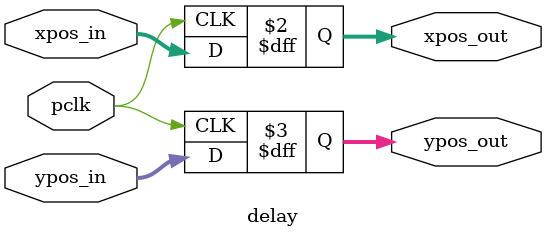
<source format=v>
`timescale 1ns / 1ps


module delay(
    
    input wire [11:0] xpos_in, ypos_in,
    output reg [11:0] xpos_out, ypos_out,
    
    input wire pclk
    );
    
    always @(posedge pclk)
    begin
        xpos_out <= xpos_in;
        ypos_out <= ypos_in;
    end
endmodule 
</source>
